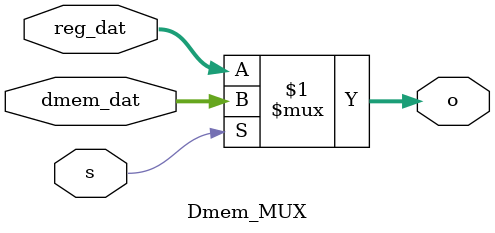
<source format=v>
`timescale 1ns / 1ps

module Dmem_MUX(
    input s,
    input [31:0]reg_dat,
    input [31:0]dmem_dat,
    output [31:0]o
    );
    
    assign o = s ? dmem_dat : reg_dat;
endmodule

</source>
